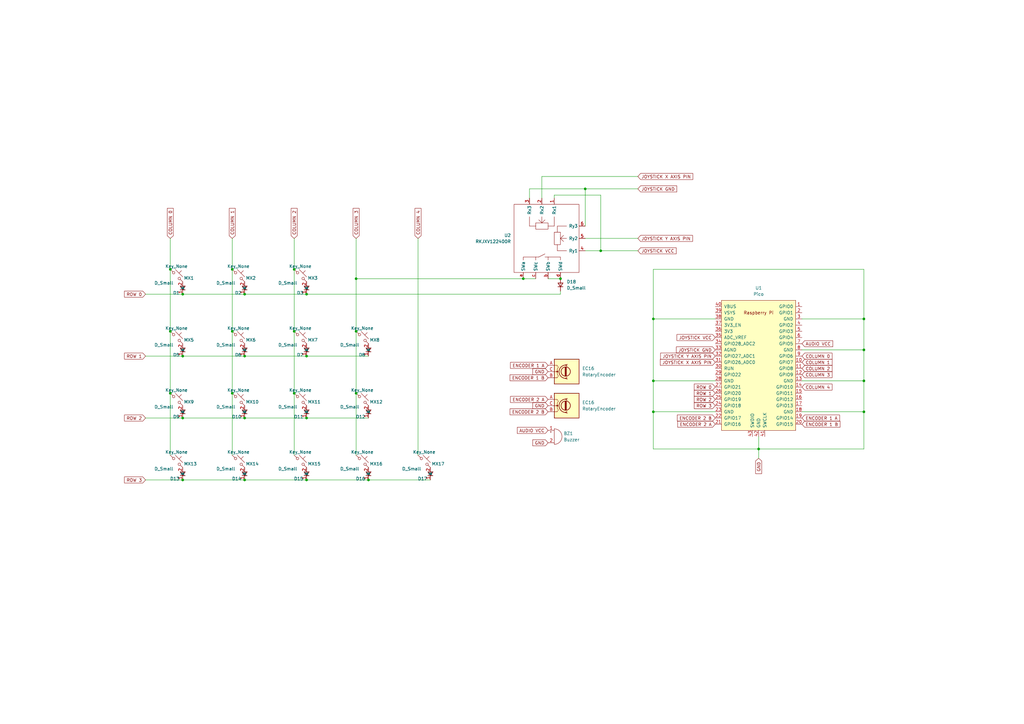
<source format=kicad_sch>
(kicad_sch (version 20250114) (generator "eeschema") (generator_version "9.0")
  (paper "A3")
  (title_block (title "Bivvy") (date "2025-09-05") (rev "0.1") (company "Syenasweta"))
  (lib_symbols
    (symbol "D_Small" (pin_names (offset 0.254))
      (property "Reference" "D1" (at 1.27 7.112 90))
      (property "Value" "D_Small" (at -1.27 3.048 90))
      (property "Datasheet" "~" (at 0 0 90))
      (property "Description" "Diode, small symbol" (at 0 0 0))
      (property "Sim.Device" "D" (at 0 0 0))
      (property "Sim.Pins" "1=K 2=A" (at 0 0 0))
      (symbol "D_Small_0_1"
        (polyline (pts (xy -0.762 0) (xy 0.762 0)))
        (polyline (pts (xy -0.762 -1.016) (xy -0.762 1.016)) (stroke (width 0.254)))
        (polyline (pts (xy 0.762 -1.016) (xy -0.762 0) (xy 0.762 1.016) (xy 0.762 -1.016)) (stroke (width 0.254)))
      )
      (symbol "D_Small_1_1"
        (pin passive line (at -2.54 0 0) (length 1.778) (name "K") (number "1"))
        (pin passive line (at 2.54 0 180) (length 1.778) (name "A") (number "2"))
      )
    )
    (symbol "Device:Buzzer" (pin_names (offset 0.0254) (hide yes))
      (property "Reference" "BZ" (at 3.81 1.27 0))
      (property "Value" "Buzzer" (at 3.81 -1.27 0))
      (symbol "Buzzer_0_1"
        (polyline (pts (xy -1.651 1.905) (xy -1.143 1.905)))
        (polyline (pts (xy -1.397 2.159) (xy -1.397 1.651)))
        (arc (start 0 3.175) (mid 3.1612 0) (end 0 -3.175))
        (polyline (pts (xy 0 3.175) (xy 0 -3.175)))
      )
      (symbol "Buzzer_1_1"
        (pin passive line (at -2.54 2.54 0) (length 2.54) (name "+") (number "1"))
        (pin passive line (at -2.54 -2.54 0) (length 2.54) (name "-") (number "2"))
      )
    )
    (symbol "Device:D_Small" (pin_numbers (hide yes)) (pin_names (offset 0.254) (hide yes))
      (property "Reference" "D" (at -1.27 2.032 0))
      (property "Value" "D_Small" (at -3.81 -2.032 0))
      (symbol "D_Small_0_1"
        (polyline (pts (xy -0.762 0) (xy 0.762 0)))
        (polyline (pts (xy -0.762 -1.016) (xy -0.762 1.016)) (stroke (width 0.254)))
        (polyline (pts (xy 0.762 -1.016) (xy -0.762 0) (xy 0.762 1.016) (xy 0.762 -1.016)) (stroke (width 0.254)))
      )
      (symbol "D_Small_1_1"
        (pin passive line (at -2.54 0 0) (length 1.778) (name "K") (number "1"))
        (pin passive line (at 2.54 0 180) (length 1.778) (name "A") (number "2"))
      )
    )
    (symbol "Device:RotaryEncoder" (pin_names (offset 0.254) (hide yes))
      (property "Reference" "SW" (at 0 6.604 0))
      (property "Value" "RotaryEncoder" (at 0 -6.604 0))
      (symbol "RotaryEncoder_0_1"
        (rectangle (start -5.08 5.08) (end 5.08 -5.08) (stroke (width 0.254)) (fill (type background)))
        (polyline (pts (xy -5.08 2.54) (xy -3.81 2.54) (xy -3.81 2.032)))
        (polyline (pts (xy -5.08 0) (xy -3.81 0) (xy -3.81 -1.016) (xy -3.302 -2.032)))
        (polyline (pts (xy -5.08 -2.54) (xy -3.81 -2.54) (xy -3.81 -2.032)))
        (polyline (pts (xy -4.318 0) (xy -3.81 0) (xy -3.81 1.016) (xy -3.302 2.032)))
        (circle (center -3.81 0) (radius 0.254) (fill (type outline)))
        (polyline (pts (xy -0.635 -1.778) (xy -0.635 1.778)) (stroke (width 0.254)))
        (circle (center -0.381 0) (radius 1.905) (stroke (width 0.254)))
        (polyline (pts (xy -0.381 -1.778) (xy -0.381 1.778)) (stroke (width 0.254)))
        (arc (start -0.381 -2.794) (mid -3.0988 -0.0635) (end -0.381 2.667) (stroke (width 0.254)))
        (polyline (pts (xy -0.127 1.778) (xy -0.127 -1.778)) (stroke (width 0.254)))
        (polyline (pts (xy 0.254 2.921) (xy -0.508 2.667) (xy 0.127 2.286)) (stroke (width 0.254)))
        (polyline (pts (xy 0.254 -3.048) (xy -0.508 -2.794) (xy 0.127 -2.413)) (stroke (width 0.254)))
      )
      (symbol "RotaryEncoder_1_1"
        (pin passive line (at -7.62 2.54 0) (length 2.54) (name "A") (number "A"))
        (pin passive line (at -7.62 0 0) (length 2.54) (name "C") (number "C"))
        (pin passive line (at -7.62 -2.54 0) (length 2.54) (name "B") (number "B"))
      )
    )
    (symbol "MX_SW_solder" (pin_numbers (hide yes)) (pin_names (offset 1.016) (hide yes))
      (property "Reference" "MX1" (at 3.048 1.016 0))
      (property "Value" "Key_None" (at 0 -3.81 0))
      (symbol "MX_SW_solder_0_1"
        (polyline (pts (xy -2.54 2.54) (xy -1.524 1.524) (xy -1.524 1.524)))
        (circle (center -1.1684 1.1684) (radius 0.508))
        (polyline (pts (xy -0.508 2.54) (xy 2.54 -0.508)))
        (polyline (pts (xy 1.016 1.016) (xy 2.032 2.032)))
        (circle (center 1.143 -1.1938) (radius 0.508))
        (polyline (pts (xy 1.524 -1.524) (xy 2.54 -2.54) (xy 2.54 -2.54) (xy 2.54 -2.54)))
        (pin passive line (at -2.54 2.54 0) (length 0) (name "1") (number "1"))
        (pin passive line (at 2.54 -2.54 180) (length 0) (name "2") (number "2"))
      )
    )
    (symbol "RPi_Pico:Pico" (pin_names (offset 1.016))
      (property "Reference" "U" (at -13.97 27.94 0))
      (property "Value" "Pico" (at 0 19.05 0))
      (symbol "Pico_0_0"
        (text "Raspberry Pi" (at 0 21.59 0) (effects (font (size 1.27 1.27))))
      )
      (symbol "Pico_0_1"
        (rectangle (start -15.24 26.67) (end 15.24 -26.67) (fill (type background)))
      )
      (symbol "Pico_1_1"
        (pin bidirectional line (at -17.78 24.13 0) (length 2.54) (name "GPIO0") (number "1"))
        (pin bidirectional line (at -17.78 21.59 0) (length 2.54) (name "GPIO1") (number "2"))
        (pin power_in line (at -17.78 19.05 0) (length 2.54) (name "GND") (number "3"))
        (pin bidirectional line (at -17.78 16.51 0) (length 2.54) (name "GPIO2") (number "4"))
        (pin bidirectional line (at -17.78 13.97 0) (length 2.54) (name "GPIO3") (number "5"))
        (pin bidirectional line (at -17.78 11.43 0) (length 2.54) (name "GPIO4") (number "6"))
        (pin bidirectional line (at -17.78 8.89 0) (length 2.54) (name "GPIO5") (number "7"))
        (pin power_in line (at -17.78 6.35 0) (length 2.54) (name "GND") (number "8"))
        (pin bidirectional line (at -17.78 3.81 0) (length 2.54) (name "GPIO6") (number "9"))
        (pin bidirectional line (at -17.78 1.27 0) (length 2.54) (name "GPIO7") (number "10"))
        (pin bidirectional line (at -17.78 -1.27 0) (length 2.54) (name "GPIO8") (number "11"))
        (pin bidirectional line (at -17.78 -3.81 0) (length 2.54) (name "GPIO9") (number "12"))
        (pin power_in line (at -17.78 -6.35 0) (length 2.54) (name "GND") (number "13"))
        (pin bidirectional line (at -17.78 -8.89 0) (length 2.54) (name "GPIO10") (number "14"))
        (pin bidirectional line (at -17.78 -11.43 0) (length 2.54) (name "GPIO11") (number "15"))
        (pin bidirectional line (at -17.78 -13.97 0) (length 2.54) (name "GPIO12") (number "16"))
        (pin bidirectional line (at -17.78 -16.51 0) (length 2.54) (name "GPIO13") (number "17"))
        (pin power_in line (at -17.78 -19.05 0) (length 2.54) (name "GND") (number "18"))
        (pin bidirectional line (at -17.78 -21.59 0) (length 2.54) (name "GPIO14") (number "19"))
        (pin bidirectional line (at -17.78 -24.13 0) (length 2.54) (name "GPIO15") (number "20"))
        (pin input line (at -2.54 -29.21 90) (length 2.54) (name "SWCLK") (number "41"))
        (pin power_in line (at 0 -29.21 90) (length 2.54) (name "GND") (number "42"))
        (pin bidirectional line (at 2.54 -29.21 90) (length 2.54) (name "SWDIO") (number "43"))
        (pin unspecified line (at 17.78 24.13 180) (length 2.54) (name "VBUS") (number "40"))
        (pin unspecified line (at 17.78 21.59 180) (length 2.54) (name "VSYS") (number "39"))
        (pin bidirectional line (at 17.78 19.05 180) (length 2.54) (name "GND") (number "38"))
        (pin input line (at 17.78 16.51 180) (length 2.54) (name "3V3_EN") (number "37"))
        (pin unspecified line (at 17.78 13.97 180) (length 2.54) (name "3V3") (number "36"))
        (pin unspecified line (at 17.78 11.43 180) (length 2.54) (name "ADC_VREF") (number "35"))
        (pin bidirectional line (at 17.78 8.89 180) (length 2.54) (name "GPIO28_ADC2") (number "34"))
        (pin power_in line (at 17.78 6.35 180) (length 2.54) (name "AGND") (number "33"))
        (pin bidirectional line (at 17.78 3.81 180) (length 2.54) (name "GPIO27_ADC1") (number "32"))
        (pin bidirectional line (at 17.78 1.27 180) (length 2.54) (name "GPIO26_ADC0") (number "31"))
        (pin input line (at 17.78 -1.27 180) (length 2.54) (name "RUN") (number "30"))
        (pin bidirectional line (at 17.78 -3.81 180) (length 2.54) (name "GPIO22") (number "29"))
        (pin power_in line (at 17.78 -6.35 180) (length 2.54) (name "GND") (number "28"))
        (pin bidirectional line (at 17.78 -8.89 180) (length 2.54) (name "GPIO21") (number "27"))
        (pin bidirectional line (at 17.78 -11.43 180) (length 2.54) (name "GPIO20") (number "26"))
        (pin bidirectional line (at 17.78 -13.97 180) (length 2.54) (name "GPIO19") (number "25"))
        (pin bidirectional line (at 17.78 -16.51 180) (length 2.54) (name "GPIO18") (number "24"))
        (pin power_in line (at 17.78 -19.05 180) (length 2.54) (name "GND") (number "23"))
        (pin bidirectional line (at 17.78 -21.59 180) (length 2.54) (name "GPIO17") (number "22"))
        (pin bidirectional line (at 17.78 -24.13 180) (length 2.54) (name "GPIO16") (number "21"))
      )
    )
    (symbol "joystick:RKJXV122400R"
      (property "Reference" "U" (at -4.318 1.27 0))
      (property "Value" "RKJXV122400R" (at -3.048 -1.778 0))
      (symbol "RKJXV122400R_1_1"
        (rectangle (start -11.43 13.97) (end 15.24 -13.97))
        (rectangle (start -5.08 5.08) (end -5.08 8.89))
        (rectangle (start -2.54 6.35) (end 2.54 3.81))
        (rectangle (start -2.54 5.08) (end -5.08 5.08))
        (polyline (pts (xy -2.54 -7.62) (xy -1.27 -7.62)))
        (polyline (pts (xy -2.54 -8.89) (xy -2.54 -7.62) (xy -7.62 -7.62) (xy -7.62 -8.89)))
        (polyline (pts (xy -1.27 -7.62) (xy 1.27 -6.35)))
        (rectangle (start 0 8.89) (end 0 6.35))
        (polyline (pts (xy 0 6.35) (xy -1.27 7.62) (xy 0 6.35) (xy 1.27 7.62)))
        (rectangle (start 2.54 5.08) (end 5.08 5.08))
        (polyline (pts (xy 2.54 -7.62) (xy 1.27 -7.62)))
        (polyline (pts (xy 2.54 -8.89) (xy 2.54 -7.62) (xy 7.62 -7.62) (xy 7.62 -8.89)))
        (rectangle (start 5.08 5.08) (end 5.08 8.89))
        (polyline (pts (xy 6.35 -2.54) (xy 6.35 -5.08) (xy 10.16 -5.08)))
        (polyline (pts (xy 7.62 0) (xy 8.89 1.27)))
        (polyline (pts (xy 7.62 0) (xy 8.89 -1.27)))
        (polyline (pts (xy 7.62 0) (xy 10.16 0)))
        (polyline (pts (xy 10.16 5.08) (xy 6.35 5.08) (xy 6.35 2.54) (xy 5.08 2.54) (xy 5.08 -2.54) (xy 7.62 -2.54) (xy 7.62 2.54) (xy 6.35 2.54)))
        (pin passive line (at -7.62 -16.51 90) (length 2.54) (name "SWa") (number "a"))
        (pin passive line (at -5.08 16.51 270) (length 2.54) (name "Rx3") (number "3"))
        (pin passive line (at -2.54 -16.51 90) (length 2.54) (name "SWc") (number "c"))
        (pin passive line (at 0 16.51 270) (length 2.54) (name "Rx2") (number "2"))
        (pin passive line (at 2.54 -16.51 90) (length 2.54) (name "SWb") (number "b"))
        (pin passive line (at 5.08 16.51 270) (length 2.54) (name "Rx1") (number "1"))
        (pin passive line (at 7.62 -16.51 90) (length 2.54) (name "SWd") (number "d"))
        (pin passive line (at 17.78 5.08 180) (length 2.54) (name "Ry3") (number "6"))
        (pin passive line (at 17.78 0 180) (length 2.54) (name "Ry2") (number "5"))
        (pin passive line (at 17.78 -5.08 180) (length 2.54) (name "Ry1") (number "4"))
      )
    )
  )
  (junction (at 146.05 114.3))
  (junction (at 74.93 120.65))
  (junction (at 95.25 161.29))
  (junction (at 100.33 120.65))
  (junction (at 146.05 135.89))
  (junction (at 229.87 114.3))
  (junction (at 240.03 77.47))
  (junction (at 120.65 110.49))
  (junction (at 146.05 161.29))
  (junction (at 354.33 143.51))
  (junction (at 95.25 135.89))
  (junction (at 354.33 168.91))
  (junction (at 151.13 196.85))
  (junction (at 246.38 102.87))
  (junction (at 354.33 156.21))
  (junction (at 69.85 161.29))
  (junction (at 120.65 135.89))
  (junction (at 354.33 130.81))
  (junction (at 100.33 146.05))
  (junction (at 267.97 130.81))
  (junction (at 125.73 120.65))
  (junction (at 267.97 168.91))
  (junction (at 267.97 156.21))
  (junction (at 125.73 146.05))
  (junction (at 100.33 196.85))
  (junction (at 95.25 110.49))
  (junction (at 74.93 171.45))
  (junction (at 125.73 196.85))
  (junction (at 74.93 146.05))
  (junction (at 120.65 161.29))
  (junction (at 311.15 184.15))
  (junction (at 69.85 110.49))
  (junction (at 74.93 196.85))
  (junction (at 125.73 171.45))
  (junction (at 100.33 171.45))
  (junction (at 214.63 114.3))
  (junction (at 69.85 135.89))
  (wire (pts (xy 214.63 114.3) (xy 219.71 114.3)))
  (wire (pts (xy 120.65 135.89) (xy 120.65 161.29)))
  (wire (pts (xy 267.97 130.81) (xy 293.37 130.81)))
  (wire (pts (xy 95.25 97.79) (xy 95.25 110.49)))
  (wire (pts (xy 311.15 179.07) (xy 311.15 184.15)))
  (wire (pts (xy 95.25 135.89) (xy 95.25 161.29)))
  (wire (pts (xy 146.05 135.89) (xy 146.05 161.29)))
  (wire (pts (xy 100.33 196.85) (xy 125.73 196.85)))
  (wire (pts (xy 125.73 196.85) (xy 151.13 196.85)))
  (wire (pts (xy 74.93 120.65) (xy 100.33 120.65)))
  (wire (pts (xy 354.33 143.51) (xy 354.33 156.21)))
  (wire (pts (xy 74.93 146.05) (xy 100.33 146.05)))
  (wire (pts (xy 95.25 161.29) (xy 95.25 186.69)))
  (wire (pts (xy 246.38 80.01) (xy 246.38 102.87)))
  (wire (pts (xy 120.65 161.29) (xy 120.65 186.69)))
  (wire (pts (xy 240.03 77.47) (xy 261.62 77.47)))
  (wire (pts (xy 125.73 146.05) (xy 151.13 146.05)))
  (wire (pts (xy 229.87 120.65) (xy 229.87 119.38)))
  (wire (pts (xy 267.97 156.21) (xy 267.97 168.91)))
  (wire (pts (xy 328.93 168.91) (xy 354.33 168.91)))
  (wire (pts (xy 261.62 72.39) (xy 222.25 72.39)))
  (wire (pts (xy 328.93 130.81) (xy 354.33 130.81)))
  (wire (pts (xy 217.17 81.28) (xy 217.17 77.47)))
  (wire (pts (xy 59.69 171.45) (xy 74.93 171.45)))
  (wire (pts (xy 354.33 130.81) (xy 354.33 143.51)))
  (wire (pts (xy 59.69 196.85) (xy 74.93 196.85)))
  (wire (pts (xy 267.97 110.49) (xy 354.33 110.49)))
  (wire (pts (xy 171.45 97.79) (xy 171.45 186.69)))
  (wire (pts (xy 267.97 168.91) (xy 267.97 184.15)))
  (wire (pts (xy 328.93 143.51) (xy 354.33 143.51)))
  (wire (pts (xy 100.33 171.45) (xy 125.73 171.45)))
  (wire (pts (xy 354.33 168.91) (xy 354.33 184.15)))
  (wire (pts (xy 74.93 196.85) (xy 100.33 196.85)))
  (wire (pts (xy 120.65 97.79) (xy 120.65 110.49)))
  (wire (pts (xy 311.15 184.15) (xy 354.33 184.15)))
  (wire (pts (xy 267.97 110.49) (xy 267.97 130.81)))
  (wire (pts (xy 246.38 102.87) (xy 240.03 102.87)))
  (wire (pts (xy 217.17 77.47) (xy 240.03 77.47)))
  (wire (pts (xy 146.05 114.3) (xy 214.63 114.3)))
  (wire (pts (xy 240.03 77.47) (xy 240.03 92.71)))
  (wire (pts (xy 246.38 102.87) (xy 261.62 102.87)))
  (wire (pts (xy 151.13 196.85) (xy 176.53 196.85)))
  (wire (pts (xy 267.97 168.91) (xy 293.37 168.91)))
  (wire (pts (xy 69.85 161.29) (xy 69.85 186.69)))
  (wire (pts (xy 267.97 156.21) (xy 293.37 156.21)))
  (wire (pts (xy 69.85 135.89) (xy 69.85 161.29)))
  (wire (pts (xy 69.85 110.49) (xy 69.85 135.89)))
  (wire (pts (xy 100.33 146.05) (xy 125.73 146.05)))
  (wire (pts (xy 100.33 120.65) (xy 125.73 120.65)))
  (wire (pts (xy 267.97 184.15) (xy 311.15 184.15)))
  (wire (pts (xy 125.73 171.45) (xy 151.13 171.45)))
  (wire (pts (xy 227.33 81.28) (xy 227.33 80.01)))
  (wire (pts (xy 146.05 161.29) (xy 146.05 186.69)))
  (wire (pts (xy 146.05 114.3) (xy 146.05 135.89)))
  (wire (pts (xy 224.79 114.3) (xy 229.87 114.3)))
  (wire (pts (xy 59.69 146.05) (xy 74.93 146.05)))
  (wire (pts (xy 354.33 110.49) (xy 354.33 130.81)))
  (wire (pts (xy 120.65 110.49) (xy 120.65 135.89)))
  (wire (pts (xy 267.97 130.81) (xy 267.97 156.21)))
  (wire (pts (xy 311.15 187.96) (xy 311.15 184.15)))
  (wire (pts (xy 146.05 97.79) (xy 146.05 114.3)))
  (wire (pts (xy 261.62 97.79) (xy 240.03 97.79)))
  (wire (pts (xy 69.85 97.79) (xy 69.85 110.49)))
  (wire (pts (xy 59.69 120.65) (xy 74.93 120.65)))
  (wire (pts (xy 95.25 110.49) (xy 95.25 135.89)))
  (wire (pts (xy 227.33 80.01) (xy 246.38 80.01)))
  (wire (pts (xy 125.73 120.65) (xy 229.87 120.65)))
  (wire (pts (xy 328.93 156.21) (xy 354.33 156.21)))
  (wire (pts (xy 74.93 171.45) (xy 100.33 171.45)))
  (wire (pts (xy 354.33 156.21) (xy 354.33 168.91)))
  (wire (pts (xy 222.25 72.39) (xy 222.25 81.28)))
  (global_label "ENCODER 2 A" (shape input) (at 224.79 163.83 180) (property "Intersheetrefs" "${INTERSHEET_REFS}" (effects (hide yes))))
  (global_label "GND" (shape input) (at 311.15 187.96 270) (property "Intersheetrefs" "${INTERSHEET_REFS}" (effects (hide yes))))
  (global_label "JOYSTICK VCC" (shape input) (at 293.37 138.43 180) (property "Intersheetrefs" "${INTERSHEET_REFS}" (effects (hide yes))))
  (global_label "ROW 1" (shape input) (at 293.37 161.29 180) (property "Intersheetrefs" "${INTERSHEET_REFS}" (effects (hide yes))))
  (global_label "GND" (shape input) (at 224.79 166.37 180) (property "Intersheetrefs" "${INTERSHEET_REFS}" (effects (hide yes))))
  (global_label "JOYSTICK Y AXIS PIN" (shape input) (at 293.37 146.05 180) (property "Intersheetrefs" "${INTERSHEET_REFS}" (effects (hide yes))))
  (global_label "COLUMN 4" (shape input) (at 171.45 97.79 90) (property "Intersheetrefs" "${INTERSHEET_REFS}" (effects (hide yes))))
  (global_label "JOYSTICK GND" (shape input) (at 261.62 77.47 0) (property "Intersheetrefs" "${INTERSHEET_REFS}" (effects (hide yes))))
  (global_label "GND" (shape input) (at 224.79 181.61 180) (property "Intersheetrefs" "${INTERSHEET_REFS}" (effects (hide yes))))
  (global_label "JOYSTICK Y AXIS PIN" (shape input) (at 261.62 97.79 0) (property "Intersheetrefs" "${INTERSHEET_REFS}" (effects (hide yes))))
  (global_label "ENCODER 1 A" (shape input) (at 224.79 149.86 180) (property "Intersheetrefs" "${INTERSHEET_REFS}" (effects (hide yes))))
  (global_label "JOYSTICK VCC" (shape input) (at 261.62 102.87 0) (property "Intersheetrefs" "${INTERSHEET_REFS}" (effects (hide yes))))
  (global_label "JOYSTICK X AXIS PIN" (shape input) (at 261.62 72.39 0) (property "Intersheetrefs" "${INTERSHEET_REFS}" (effects (hide yes))))
  (global_label "ENCODER 2 B" (shape input) (at 224.79 168.91 180) (property "Intersheetrefs" "${INTERSHEET_REFS}" (effects (hide yes))))
  (global_label "ENCODER 1 B" (shape input) (at 328.93 173.99 0) (property "Intersheetrefs" "${INTERSHEET_REFS}" (effects (hide yes))))
  (global_label "COLUMN 0" (shape input) (at 69.85 97.79 90) (property "Intersheetrefs" "${INTERSHEET_REFS}" (effects (hide yes))))
  (global_label "COLUMN 3" (shape input) (at 328.93 153.67 0) (property "Intersheetrefs" "${INTERSHEET_REFS}" (effects (hide yes))))
  (global_label "ROW 2" (shape input) (at 293.37 163.83 180) (property "Intersheetrefs" "${INTERSHEET_REFS}" (effects (hide yes))))
  (global_label "GND" (shape input) (at 224.79 152.4 180) (property "Intersheetrefs" "${INTERSHEET_REFS}" (effects (hide yes))))
  (global_label "ENCODER 2 A" (shape input) (at 293.37 173.99 180) (property "Intersheetrefs" "${INTERSHEET_REFS}" (effects (hide yes))))
  (global_label "ENCODER 2 B" (shape input) (at 293.37 171.45 180) (property "Intersheetrefs" "${INTERSHEET_REFS}" (effects (hide yes))))
  (global_label "ENCODER 1 B" (shape input) (at 224.79 154.94 180) (property "Intersheetrefs" "${INTERSHEET_REFS}" (effects (hide yes))))
  (global_label "ENCODER 1 A" (shape input) (at 328.93 171.45 0) (property "Intersheetrefs" "${INTERSHEET_REFS}" (effects (hide yes))))
  (global_label "COLUMN 4" (shape input) (at 328.93 158.75 0) (property "Intersheetrefs" "${INTERSHEET_REFS}" (effects (hide yes))))
  (global_label "ROW 0" (shape input) (at 293.37 158.75 180) (property "Intersheetrefs" "${INTERSHEET_REFS}" (effects (hide yes))))
  (global_label "COLUMN 2" (shape input) (at 328.93 151.13 0) (property "Intersheetrefs" "${INTERSHEET_REFS}" (effects (hide yes))))
  (global_label "ROW 3" (shape input) (at 59.69 196.85 180) (property "Intersheetrefs" "${INTERSHEET_REFS}" (effects (hide yes))))
  (global_label "ROW 2" (shape input) (at 59.69 171.45 180) (property "Intersheetrefs" "${INTERSHEET_REFS}" (effects (hide yes))))
  (global_label "JOYSTICK GND" (shape input) (at 293.37 143.51 180) (property "Intersheetrefs" "${INTERSHEET_REFS}" (effects (hide yes))))
  (global_label "COLUMN 3" (shape input) (at 146.05 97.79 90) (property "Intersheetrefs" "${INTERSHEET_REFS}" (effects (hide yes))))
  (global_label "AUDIO VCC" (shape input) (at 224.79 176.53 180) (property "Intersheetrefs" "${INTERSHEET_REFS}" (effects (hide yes))))
  (global_label "AUDIO VCC" (shape input) (at 328.93 140.97 0) (property "Intersheetrefs" "${INTERSHEET_REFS}" (effects (hide yes))))
  (global_label "JOYSTICK X AXIS PIN" (shape input) (at 293.37 148.59 180) (property "Intersheetrefs" "${INTERSHEET_REFS}" (effects (hide yes))))
  (global_label "ROW 3" (shape input) (at 293.37 166.37 180) (property "Intersheetrefs" "${INTERSHEET_REFS}" (effects (hide yes))))
  (global_label "COLUMN 2" (shape input) (at 120.65 97.79 90) (property "Intersheetrefs" "${INTERSHEET_REFS}" (effects (hide yes))))
  (global_label "COLUMN 1" (shape input) (at 328.93 148.59 0) (property "Intersheetrefs" "${INTERSHEET_REFS}" (effects (hide yes))))
  (global_label "ROW 0" (shape input) (at 59.69 120.65 180) (property "Intersheetrefs" "${INTERSHEET_REFS}" (effects (hide yes))))
  (global_label "COLUMN 0" (shape input) (at 328.93 146.05 0) (property "Intersheetrefs" "${INTERSHEET_REFS}" (effects (hide yes))))
  (global_label "COLUMN 1" (shape input) (at 95.25 97.79 90) (property "Intersheetrefs" "${INTERSHEET_REFS}" (effects (hide yes))))
  (global_label "ROW 1" (shape input) (at 59.69 146.05 180) (property "Intersheetrefs" "${INTERSHEET_REFS}" (effects (hide yes))))
  (symbol (lib_name "MX_SW_solder") (lib_id "marbastlib-mx:MX_SW_solder") (at 123.19 113.03 0) (unit 1)
    (property "Reference" "MX3" (at 126.238 114.046 0) (effects (justify left)))
    (property "Value" "Key_None" (at 123.19 109.22 0))
    (property "Footprint" "marbastlib-mx:SW_MX_1u" (effects (hide yes)))
  )
  (symbol (lib_name "MX_SW_solder") (lib_id "marbastlib-mx:MX_SW_solder") (at 173.99 189.23 0) (unit 1)
    (property "Reference" "MX17" (at 177.038 190.246 0) (effects (justify left)))
    (property "Value" "Key_None" (at 173.99 185.42 0))
    (property "Footprint" "marbastlib-mx:SW_MX_1u" (effects (hide yes)))
  )
  (symbol (lib_name "MX_SW_solder") (lib_id "marbastlib-mx:MX_SW_solder") (at 148.59 189.23 0) (unit 1)
    (property "Reference" "MX16" (at 151.638 190.246 0) (effects (justify left)))
    (property "Value" "Key_None" (at 148.59 185.42 0))
    (property "Footprint" "marbastlib-mx:SW_MX_1u" (effects (hide yes)))
  )
  (symbol (lib_id "joystick:RKJXV122400R") (at 222.25 97.79 0) (unit 1)
    (property "Reference" "U2" (at 209.55 96.5199 0) (effects (justify right)))
    (property "Value" "RKJXV122400R" (at 209.55 99.0599 0) (effects (justify right)))
  )
  (symbol (lib_name "D_Small") (lib_id "Device:D_Small") (at 100.33 118.11 90) (unit 1)
    (property "Reference" "D2" (at 99.06 120.142 90) (effects (justify left)))
    (property "Value" "D_Small" (at 96.52 116.078 90) (effects (justify left)))
  )
  (symbol (lib_name "D_Small") (lib_id "Device:D_Small") (at 125.73 194.31 90) (unit 1)
    (property "Reference" "D15" (at 124.46 196.342 90) (effects (justify left)))
    (property "Value" "D_Small" (at 121.92 192.278 90) (effects (justify left)))
  )
  (symbol (lib_name "D_Small") (lib_id "Device:D_Small") (at 151.13 168.91 90) (unit 1)
    (property "Reference" "D12" (at 149.86 170.942 90) (effects (justify left)))
    (property "Value" "D_Small" (at 147.32 166.878 90) (effects (justify left)))
  )
  (symbol (lib_name "D_Small") (lib_id "Device:D_Small") (at 74.93 143.51 90) (unit 1)
    (property "Reference" "D5" (at 73.66 145.542 90) (effects (justify left)))
    (property "Value" "D_Small" (at 71.12 141.478 90) (effects (justify left)))
  )
  (symbol (lib_id "RPi_Pico:Pico") (at 311.15 149.86 0) (mirror y) (unit 1)
    (property "Reference" "U1" (at 311.15 118.11 0))
    (property "Value" "Pico" (at 311.15 120.65 0))
    (property "Footprint" "RPi_Pico:RPi_Pico_SMD_TH" (effects (hide yes)))
  )
  (symbol (lib_name "D_Small") (lib_id "Device:D_Small") (at 176.53 194.31 90) (unit 1)
    (property "Reference" "D17" (at 175.26 196.342 90) (effects (justify left)))
    (property "Value" "D_Small" (at 172.72 192.278 90) (effects (justify left)))
  )
  (symbol (lib_name "D_Small") (lib_id "Device:D_Small") (at 100.33 168.91 90) (unit 1)
    (property "Reference" "D10" (at 99.06 170.942 90) (effects (justify left)))
    (property "Value" "D_Small" (at 96.52 166.878 90) (effects (justify left)))
  )
  (symbol (lib_name "MX_SW_solder") (lib_id "marbastlib-mx:MX_SW_solder") (at 97.79 163.83 0) (unit 1)
    (property "Reference" "MX10" (at 100.838 164.846 0) (effects (justify left)))
    (property "Value" "Key_None" (at 97.79 160.02 0))
    (property "Footprint" "marbastlib-mx:SW_MX_1u" (effects (hide yes)))
  )
  (symbol (lib_name "MX_SW_solder") (lib_id "marbastlib-mx:MX_SW_solder") (at 148.59 138.43 0) (unit 1)
    (property "Reference" "MX8" (at 151.638 139.446 0) (effects (justify left)))
    (property "Value" "Key_None" (at 148.59 134.62 0))
    (property "Footprint" "marbastlib-mx:SW_MX_1u" (effects (hide yes)))
  )
  (symbol (lib_name "MX_SW_solder") (lib_id "marbastlib-mx:MX_SW_solder") (at 123.19 189.23 0) (unit 1)
    (property "Reference" "MX15" (at 126.238 190.246 0) (effects (justify left)))
    (property "Value" "Key_None" (at 123.19 185.42 0))
    (property "Footprint" "marbastlib-mx:SW_MX_1u" (effects (hide yes)))
  )
  (symbol (lib_name "D_Small") (lib_id "Device:D_Small") (at 74.93 168.91 90) (unit 1)
    (property "Reference" "D9" (at 73.66 170.942 90) (effects (justify left)))
    (property "Value" "D_Small" (at 71.12 166.878 90) (effects (justify left)))
  )
  (symbol (lib_name "D_Small") (lib_id "Device:D_Small") (at 100.33 194.31 90) (unit 1)
    (property "Reference" "D14" (at 99.06 196.342 90) (effects (justify left)))
    (property "Value" "D_Small" (at 96.52 192.278 90) (effects (justify left)))
  )
  (symbol (lib_name "D_Small") (lib_id "Device:D_Small") (at 100.33 143.51 90) (unit 1)
    (property "Reference" "D6" (at 99.06 145.542 90) (effects (justify left)))
    (property "Value" "D_Small" (at 96.52 141.478 90) (effects (justify left)))
  )
  (symbol (lib_name "MX_SW_solder") (lib_id "marbastlib-mx:MX_SW_solder") (at 72.39 113.03 0) (unit 1)
    (property "Reference" "MX1" (at 75.438 114.046 0) (effects (justify left)))
    (property "Value" "Key_None" (at 72.39 109.22 0))
    (property "Footprint" "marbastlib-mx:SW_MX_1u" (effects (hide yes)))
  )
  (symbol (lib_name "D_Small") (lib_id "Device:D_Small") (at 125.73 143.51 90) (unit 1)
    (property "Reference" "D7" (at 124.46 145.542 90) (effects (justify left)))
    (property "Value" "D_Small" (at 121.92 141.478 90) (effects (justify left)))
  )
  (symbol (lib_id "Device:RotaryEncoder") (at 232.41 166.37 0) (unit 1)
    (property "Reference" "EC16" (at 238.76 165.0999 0) (effects (justify left)))
    (property "Value" "RotaryEncoder" (at 238.76 167.6399 0) (effects (justify left)))
    (property "Description" "Rotary encoder, dual channel, incremental quadrate outputs" (effects (hide yes)))
  )
  (symbol (lib_name "D_Small") (lib_id "Device:D_Small") (at 125.73 118.11 90) (unit 1)
    (property "Reference" "D3" (at 124.46 120.142 90) (effects (justify left)))
    (property "Value" "D_Small" (at 121.92 116.078 90) (effects (justify left)))
  )
  (symbol (lib_name "MX_SW_solder") (lib_id "marbastlib-mx:MX_SW_solder") (at 123.19 163.83 0) (unit 1)
    (property "Reference" "MX11" (at 126.238 164.846 0) (effects (justify left)))
    (property "Value" "Key_None" (at 123.19 160.02 0))
    (property "Footprint" "marbastlib-mx:SW_MX_1u" (effects (hide yes)))
  )
  (symbol (lib_name "MX_SW_solder") (lib_id "marbastlib-mx:MX_SW_solder") (at 97.79 113.03 0) (unit 1)
    (property "Reference" "MX2" (at 100.838 114.046 0) (effects (justify left)))
    (property "Value" "Key_None" (at 97.79 109.22 0))
    (property "Footprint" "marbastlib-mx:SW_MX_1u" (effects (hide yes)))
  )
  (symbol (lib_name "MX_SW_solder") (lib_id "marbastlib-mx:MX_SW_solder") (at 97.79 138.43 0) (unit 1)
    (property "Reference" "MX6" (at 100.838 139.446 0) (effects (justify left)))
    (property "Value" "Key_None" (at 97.79 134.62 0))
    (property "Footprint" "marbastlib-mx:SW_MX_1u" (effects (hide yes)))
  )
  (symbol (lib_name "MX_SW_solder") (lib_id "marbastlib-mx:MX_SW_solder") (at 72.39 138.43 0) (unit 1)
    (property "Reference" "MX5" (at 75.438 139.446 0) (effects (justify left)))
    (property "Value" "Key_None" (at 72.39 134.62 0))
    (property "Footprint" "marbastlib-mx:SW_MX_1u" (effects (hide yes)))
  )
  (symbol (lib_id "Device:RotaryEncoder") (at 232.41 152.4 0) (unit 1)
    (property "Reference" "EC16" (at 238.76 151.1299 0) (effects (justify left)))
    (property "Value" "RotaryEncoder" (at 238.76 153.6699 0) (effects (justify left)))
    (property "Description" "Rotary encoder, dual channel, incremental quadrate outputs" (effects (hide yes)))
  )
  (symbol (lib_name "D_Small") (lib_id "Device:D_Small") (at 151.13 143.51 90) (unit 1)
    (property "Reference" "D8" (at 149.86 145.542 90) (effects (justify left)))
    (property "Value" "D_Small" (at 147.32 141.478 90) (effects (justify left)))
  )
  (symbol (lib_name "D_Small") (lib_id "Device:D_Small") (at 151.13 194.31 90) (unit 1)
    (property "Reference" "D16" (at 149.86 196.342 90) (effects (justify left)))
    (property "Value" "D_Small" (at 147.32 192.278 90) (effects (justify left)))
  )
  (symbol (lib_name "MX_SW_solder") (lib_id "marbastlib-mx:MX_SW_solder") (at 123.19 138.43 0) (unit 1)
    (property "Reference" "MX7" (at 126.238 139.446 0) (effects (justify left)))
    (property "Value" "Key_None" (at 123.19 134.62 0))
    (property "Footprint" "marbastlib-mx:SW_MX_1u" (effects (hide yes)))
  )
  (symbol (lib_name "MX_SW_solder") (lib_id "marbastlib-mx:MX_SW_solder") (at 148.59 163.83 0) (unit 1)
    (property "Reference" "MX12" (at 151.638 164.846 0) (effects (justify left)))
    (property "Value" "Key_None" (at 148.59 160.02 0))
    (property "Footprint" "marbastlib-mx:SW_MX_1u" (effects (hide yes)))
  )
  (symbol (lib_id "Device:Buzzer") (at 227.33 179.07 0) (unit 1)
    (property "Reference" "BZ1" (at 231.14 177.7999 0) (effects (justify left)))
    (property "Value" "Buzzer" (at 231.14 180.3399 0) (effects (justify left)))
    (property "Description" "Buzzer, polarized" (effects (hide yes)))
  )
  (symbol (lib_name "D_Small") (lib_id "Device:D_Small") (at 74.93 118.11 90) (unit 1)
    (property "Reference" "D1" (at 73.66 120.142 90) (effects (justify left)))
    (property "Value" "D_Small" (at 71.12 116.078 90) (effects (justify left)))
  )
  (symbol (lib_name "D_Small") (lib_id "Device:D_Small") (at 125.73 168.91 90) (unit 1)
    (property "Reference" "D11" (at 124.46 170.942 90) (effects (justify left)))
    (property "Value" "D_Small" (at 121.92 166.878 90) (effects (justify left)))
  )
  (symbol (lib_id "Device:D_Small") (at 229.87 116.84 90) (unit 1)
    (property "Reference" "D18" (at 232.41 115.5699 90) (effects (justify right)))
    (property "Value" "D_Small" (at 232.41 118.1099 90) (effects (justify right)))
    (property "Description" "Diode, small symbol" (effects (hide yes)))
    (property "Sim.Device" "D" (effects (hide yes)))
    (property "Sim.Pins" "1=K 2=A" (effects (hide yes)))
  )
  (symbol (lib_name "MX_SW_solder") (lib_id "marbastlib-mx:MX_SW_solder") (at 72.39 189.23 0) (unit 1)
    (property "Reference" "MX13" (at 75.438 190.246 0) (effects (justify left)))
    (property "Value" "Key_None" (at 72.39 185.42 0))
    (property "Footprint" "marbastlib-mx:SW_MX_1u" (effects (hide yes)))
  )
  (symbol (lib_name "MX_SW_solder") (lib_id "marbastlib-mx:MX_SW_solder") (at 72.39 163.83 0) (unit 1)
    (property "Reference" "MX9" (at 75.438 164.846 0) (effects (justify left)))
    (property "Value" "Key_None" (at 72.39 160.02 0))
    (property "Footprint" "marbastlib-mx:SW_MX_1u" (effects (hide yes)))
  )
  (symbol (lib_name "D_Small") (lib_id "Device:D_Small") (at 74.93 194.31 90) (unit 1)
    (property "Reference" "D13" (at 73.66 196.342 90) (effects (justify left)))
    (property "Value" "D_Small" (at 71.12 192.278 90) (effects (justify left)))
  )
  (symbol (lib_name "MX_SW_solder") (lib_id "marbastlib-mx:MX_SW_solder") (at 97.79 189.23 0) (unit 1)
    (property "Reference" "MX14" (at 100.838 190.246 0) (effects (justify left)))
    (property "Value" "Key_None" (at 97.79 185.42 0))
    (property "Footprint" "marbastlib-mx:SW_MX_1u" (effects (hide yes)))
  )
)
</source>
